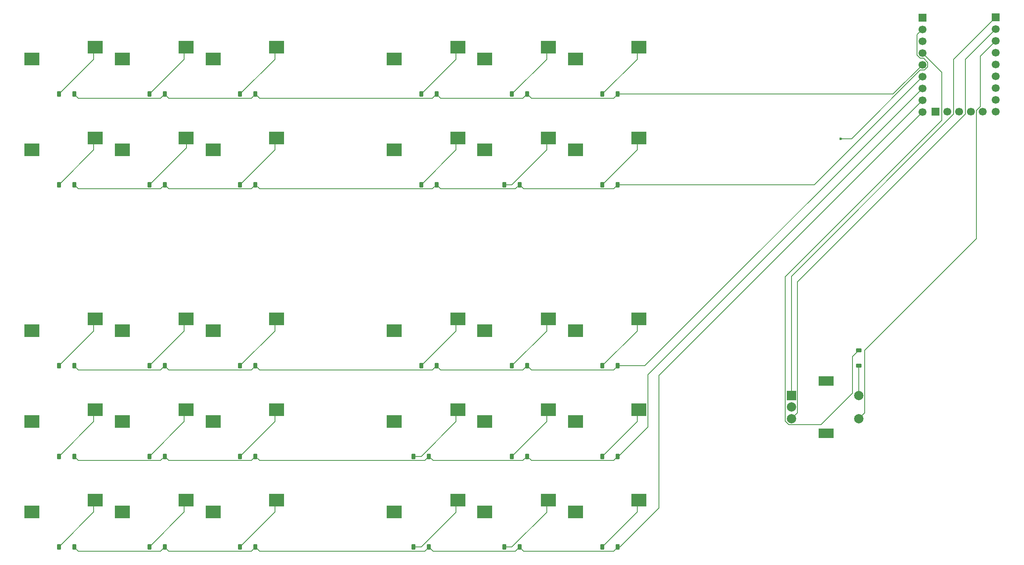
<source format=gbr>
%TF.GenerationSoftware,KiCad,Pcbnew,9.0.7*%
%TF.CreationDate,2026-02-23T23:42:04+09:00*%
%TF.ProjectId,YmmKeyboardMX,596d6d4b-6579-4626-9f61-72644d582e6b,rev?*%
%TF.SameCoordinates,Original*%
%TF.FileFunction,Copper,L2,Bot*%
%TF.FilePolarity,Positive*%
%FSLAX46Y46*%
G04 Gerber Fmt 4.6, Leading zero omitted, Abs format (unit mm)*
G04 Created by KiCad (PCBNEW 9.0.7) date 2026-02-23 23:42:04*
%MOMM*%
%LPD*%
G01*
G04 APERTURE LIST*
G04 Aperture macros list*
%AMRoundRect*
0 Rectangle with rounded corners*
0 $1 Rounding radius*
0 $2 $3 $4 $5 $6 $7 $8 $9 X,Y pos of 4 corners*
0 Add a 4 corners polygon primitive as box body*
4,1,4,$2,$3,$4,$5,$6,$7,$8,$9,$2,$3,0*
0 Add four circle primitives for the rounded corners*
1,1,$1+$1,$2,$3*
1,1,$1+$1,$4,$5*
1,1,$1+$1,$6,$7*
1,1,$1+$1,$8,$9*
0 Add four rect primitives between the rounded corners*
20,1,$1+$1,$2,$3,$4,$5,0*
20,1,$1+$1,$4,$5,$6,$7,0*
20,1,$1+$1,$6,$7,$8,$9,0*
20,1,$1+$1,$8,$9,$2,$3,0*%
G04 Aperture macros list end*
%TA.AperFunction,ComponentPad*%
%ADD10C,2.000000*%
%TD*%
%TA.AperFunction,ComponentPad*%
%ADD11R,3.200000X2.000000*%
%TD*%
%TA.AperFunction,ComponentPad*%
%ADD12R,2.000000X2.000000*%
%TD*%
%TA.AperFunction,SMDPad,CuDef*%
%ADD13R,3.200000X2.780000*%
%TD*%
%TA.AperFunction,SMDPad,CuDef*%
%ADD14RoundRect,0.225000X0.225000X0.375000X-0.225000X0.375000X-0.225000X-0.375000X0.225000X-0.375000X0*%
%TD*%
%TA.AperFunction,SMDPad,CuDef*%
%ADD15RoundRect,0.225000X-0.375000X0.225000X-0.375000X-0.225000X0.375000X-0.225000X0.375000X0.225000X0*%
%TD*%
%TA.AperFunction,ComponentPad*%
%ADD16R,1.700000X1.700000*%
%TD*%
%TA.AperFunction,ComponentPad*%
%ADD17C,1.700000*%
%TD*%
%TA.AperFunction,ViaPad*%
%ADD18C,0.600000*%
%TD*%
%TA.AperFunction,Conductor*%
%ADD19C,0.200000*%
%TD*%
G04 APERTURE END LIST*
D10*
%TO.P,SW31,S2,S2*%
%TO.N,Net-(D31-A)*%
X209500000Y-108900000D03*
%TO.P,SW31,S1,S1*%
%TO.N,Net-(SW31-PadS1)*%
X209500000Y-113900000D03*
D11*
%TO.P,SW31,MP*%
%TO.N,N/C*%
X202500000Y-117000000D03*
X202500000Y-105800000D03*
D10*
%TO.P,SW31,C,C*%
%TO.N,GND*%
X195000000Y-111400000D03*
%TO.P,SW31,B,B*%
%TO.N,Net-(SW31-PadB)*%
X195000000Y-113900000D03*
D12*
%TO.P,SW31,A,A*%
%TO.N,Net-(SW31-PadA)*%
X195000000Y-108900000D03*
%TD*%
D13*
%TO.P,SW5,1,1*%
%TO.N,Net-(SW11-Pad1)*%
X129037000Y-36460000D03*
%TO.P,SW5,2,2*%
%TO.N,Net-(D5-A)*%
X142720000Y-33920000D03*
%TD*%
%TO.P,SW1,1,1*%
%TO.N,Net-(SW1-Pad1)*%
X31537000Y-36460000D03*
%TO.P,SW1,2,2*%
%TO.N,Net-(D1-A)*%
X45220000Y-33920000D03*
%TD*%
%TO.P,SW2,1,1*%
%TO.N,Net-(SW14-Pad1)*%
X51037000Y-36460000D03*
%TO.P,SW2,2,2*%
%TO.N,Net-(D2-A)*%
X64720000Y-33920000D03*
%TD*%
%TO.P,SW21,1,1*%
%TO.N,Net-(SW15-Pad1)*%
X70537000Y-114460000D03*
%TO.P,SW21,2,2*%
%TO.N,Net-(D21-A)*%
X84220000Y-111920000D03*
%TD*%
%TO.P,SW30,1,1*%
%TO.N,Net-(SW12-Pad1)*%
X148537000Y-133960000D03*
%TO.P,SW30,2,2*%
%TO.N,Net-(D30-A)*%
X162220000Y-131420000D03*
%TD*%
%TO.P,SW18,1,1*%
%TO.N,Net-(SW12-Pad1)*%
X148537000Y-94960000D03*
%TO.P,SW18,2,2*%
%TO.N,Net-(D18-A)*%
X162220000Y-92420000D03*
%TD*%
%TO.P,SW11,1,1*%
%TO.N,Net-(SW11-Pad1)*%
X129037000Y-55960000D03*
%TO.P,SW11,2,2*%
%TO.N,Net-(D11-A)*%
X142720000Y-53420000D03*
%TD*%
%TO.P,SW23,1,1*%
%TO.N,Net-(SW11-Pad1)*%
X129037000Y-114460000D03*
%TO.P,SW23,2,2*%
%TO.N,Net-(D23-A)*%
X142720000Y-111920000D03*
%TD*%
%TO.P,SW6,1,1*%
%TO.N,Net-(SW12-Pad1)*%
X148537000Y-36460000D03*
%TO.P,SW6,2,2*%
%TO.N,Net-(D6-A)*%
X162220000Y-33920000D03*
%TD*%
%TO.P,SW16,1,1*%
%TO.N,Net-(SW10-Pad1)*%
X109537000Y-94960000D03*
%TO.P,SW16,2,2*%
%TO.N,Net-(D16-A)*%
X123220000Y-92420000D03*
%TD*%
%TO.P,SW20,1,1*%
%TO.N,Net-(SW14-Pad1)*%
X51037000Y-114460000D03*
%TO.P,SW20,2,2*%
%TO.N,Net-(D20-A)*%
X64720000Y-111920000D03*
%TD*%
%TO.P,SW12,1,1*%
%TO.N,Net-(SW12-Pad1)*%
X148537000Y-55960000D03*
%TO.P,SW12,2,2*%
%TO.N,Net-(D12-A)*%
X162220000Y-53420000D03*
%TD*%
%TO.P,SW28,1,1*%
%TO.N,Net-(SW10-Pad1)*%
X109537000Y-133960000D03*
%TO.P,SW28,2,2*%
%TO.N,Net-(D28-A)*%
X123220000Y-131420000D03*
%TD*%
%TO.P,SW9,1,1*%
%TO.N,Net-(SW15-Pad1)*%
X70537000Y-55960000D03*
%TO.P,SW9,2,2*%
%TO.N,Net-(D9-A)*%
X84220000Y-53420000D03*
%TD*%
%TO.P,SW24,1,1*%
%TO.N,Net-(SW12-Pad1)*%
X148537000Y-114460000D03*
%TO.P,SW24,2,2*%
%TO.N,Net-(D24-A)*%
X162220000Y-111920000D03*
%TD*%
%TO.P,SW7,1,1*%
%TO.N,Net-(SW1-Pad1)*%
X31537000Y-55960000D03*
%TO.P,SW7,2,2*%
%TO.N,Net-(D7-A)*%
X45220000Y-53420000D03*
%TD*%
%TO.P,SW4,2,2*%
%TO.N,Net-(D4-A)*%
X123220000Y-33920000D03*
%TO.P,SW4,1,1*%
%TO.N,Net-(SW10-Pad1)*%
X109537000Y-36460000D03*
%TD*%
%TO.P,SW19,1,1*%
%TO.N,Net-(SW1-Pad1)*%
X31537000Y-114460000D03*
%TO.P,SW19,2,2*%
%TO.N,Net-(D19-A)*%
X45220000Y-111920000D03*
%TD*%
%TO.P,SW27,1,1*%
%TO.N,Net-(SW15-Pad1)*%
X70537000Y-133960000D03*
%TO.P,SW27,2,2*%
%TO.N,Net-(D27-A)*%
X84220000Y-131420000D03*
%TD*%
%TO.P,SW25,1,1*%
%TO.N,Net-(SW1-Pad1)*%
X31537000Y-133960000D03*
%TO.P,SW25,2,2*%
%TO.N,Net-(D25-A)*%
X45220000Y-131420000D03*
%TD*%
%TO.P,SW17,1,1*%
%TO.N,Net-(SW11-Pad1)*%
X129037000Y-94960000D03*
%TO.P,SW17,2,2*%
%TO.N,Net-(D17-A)*%
X142720000Y-92420000D03*
%TD*%
%TO.P,SW29,1,1*%
%TO.N,Net-(SW11-Pad1)*%
X129037000Y-133960000D03*
%TO.P,SW29,2,2*%
%TO.N,Net-(D29-A)*%
X142720000Y-131420000D03*
%TD*%
%TO.P,SW15,1,1*%
%TO.N,Net-(SW15-Pad1)*%
X70537000Y-94960000D03*
%TO.P,SW15,2,2*%
%TO.N,Net-(D15-A)*%
X84220000Y-92420000D03*
%TD*%
%TO.P,SW26,1,1*%
%TO.N,Net-(SW14-Pad1)*%
X51037000Y-133960000D03*
%TO.P,SW26,2,2*%
%TO.N,Net-(D26-A)*%
X64720000Y-131420000D03*
%TD*%
%TO.P,SW22,1,1*%
%TO.N,Net-(SW10-Pad1)*%
X109537000Y-114460000D03*
%TO.P,SW22,2,2*%
%TO.N,Net-(D22-A)*%
X123220000Y-111920000D03*
%TD*%
%TO.P,SW14,1,1*%
%TO.N,Net-(SW14-Pad1)*%
X51037000Y-94960000D03*
%TO.P,SW14,2,2*%
%TO.N,Net-(D14-A)*%
X64720000Y-92420000D03*
%TD*%
%TO.P,SW10,1,1*%
%TO.N,Net-(SW10-Pad1)*%
X109537000Y-55960000D03*
%TO.P,SW10,2,2*%
%TO.N,Net-(D10-A)*%
X123220000Y-53420000D03*
%TD*%
%TO.P,SW13,1,1*%
%TO.N,Net-(SW1-Pad1)*%
X31537000Y-94960000D03*
%TO.P,SW13,2,2*%
%TO.N,Net-(D13-A)*%
X45220000Y-92420000D03*
%TD*%
%TO.P,SW8,1,1*%
%TO.N,Net-(SW14-Pad1)*%
X51037000Y-55960000D03*
%TO.P,SW8,2,2*%
%TO.N,Net-(D8-A)*%
X64720000Y-53420000D03*
%TD*%
D14*
%TO.P,D5,1,K*%
%TO.N,Net-(D1-K)*%
X138150000Y-44000000D03*
%TO.P,D5,2,A*%
%TO.N,Net-(D5-A)*%
X134850000Y-44000000D03*
%TD*%
%TO.P,D12,1,K*%
%TO.N,Net-(D10-K)*%
X157650000Y-63500000D03*
%TO.P,D12,2,A*%
%TO.N,Net-(D12-A)*%
X154350000Y-63500000D03*
%TD*%
%TO.P,D9,1,K*%
%TO.N,Net-(D10-K)*%
X79650000Y-63500000D03*
%TO.P,D9,2,A*%
%TO.N,Net-(D9-A)*%
X76350000Y-63500000D03*
%TD*%
%TO.P,D23,1,K*%
%TO.N,Net-(D19-K)*%
X138150000Y-122000000D03*
%TO.P,D23,2,A*%
%TO.N,Net-(D23-A)*%
X134850000Y-122000000D03*
%TD*%
%TO.P,D20,1,K*%
%TO.N,Net-(D19-K)*%
X60150000Y-122000000D03*
%TO.P,D20,2,A*%
%TO.N,Net-(D20-A)*%
X56850000Y-122000000D03*
%TD*%
%TO.P,D7,1,K*%
%TO.N,Net-(D10-K)*%
X40650000Y-63500000D03*
%TO.P,D7,2,A*%
%TO.N,Net-(D7-A)*%
X37350000Y-63500000D03*
%TD*%
%TO.P,D3,1,K*%
%TO.N,Net-(D1-K)*%
X79650000Y-44000000D03*
%TO.P,D3,2,A*%
%TO.N,Net-(D3-A)*%
X76350000Y-44000000D03*
%TD*%
%TO.P,D1,1,K*%
%TO.N,Net-(D1-K)*%
X40650000Y-44000000D03*
%TO.P,D1,2,A*%
%TO.N,Net-(D1-A)*%
X37350000Y-44000000D03*
%TD*%
%TO.P,D11,1,K*%
%TO.N,Net-(D10-K)*%
X136500000Y-63500000D03*
%TO.P,D11,2,A*%
%TO.N,Net-(D11-A)*%
X133200000Y-63500000D03*
%TD*%
%TO.P,D26,1,K*%
%TO.N,Net-(D25-K)*%
X60150000Y-141500000D03*
%TO.P,D26,2,A*%
%TO.N,Net-(D26-A)*%
X56850000Y-141500000D03*
%TD*%
%TO.P,D22,1,K*%
%TO.N,Net-(D19-K)*%
X117000000Y-122000000D03*
%TO.P,D22,2,A*%
%TO.N,Net-(D22-A)*%
X113700000Y-122000000D03*
%TD*%
%TO.P,D4,1,K*%
%TO.N,Net-(D1-K)*%
X118650000Y-44000000D03*
%TO.P,D4,2,A*%
%TO.N,Net-(D4-A)*%
X115350000Y-44000000D03*
%TD*%
%TO.P,D28,1,K*%
%TO.N,Net-(D25-K)*%
X117000000Y-141500000D03*
%TO.P,D28,2,A*%
%TO.N,Net-(D28-A)*%
X113700000Y-141500000D03*
%TD*%
%TO.P,D10,1,K*%
%TO.N,Net-(D10-K)*%
X118650000Y-63500000D03*
%TO.P,D10,2,A*%
%TO.N,Net-(D10-A)*%
X115350000Y-63500000D03*
%TD*%
%TO.P,D21,1,K*%
%TO.N,Net-(D19-K)*%
X79650000Y-122000000D03*
%TO.P,D21,2,A*%
%TO.N,Net-(D21-A)*%
X76350000Y-122000000D03*
%TD*%
%TO.P,D27,1,K*%
%TO.N,Net-(D25-K)*%
X79650000Y-141500000D03*
%TO.P,D27,2,A*%
%TO.N,Net-(D27-A)*%
X76350000Y-141500000D03*
%TD*%
%TO.P,D8,1,K*%
%TO.N,Net-(D10-K)*%
X60150000Y-63500000D03*
%TO.P,D8,2,A*%
%TO.N,Net-(D8-A)*%
X56850000Y-63500000D03*
%TD*%
%TO.P,D16,1,K*%
%TO.N,Net-(D13-K)*%
X118650000Y-102500000D03*
%TO.P,D16,2,A*%
%TO.N,Net-(D16-A)*%
X115350000Y-102500000D03*
%TD*%
%TO.P,D17,1,K*%
%TO.N,Net-(D13-K)*%
X138150000Y-102500000D03*
%TO.P,D17,2,A*%
%TO.N,Net-(D17-A)*%
X134850000Y-102500000D03*
%TD*%
%TO.P,D30,1,K*%
%TO.N,Net-(D25-K)*%
X157650000Y-141500000D03*
%TO.P,D30,2,A*%
%TO.N,Net-(D30-A)*%
X154350000Y-141500000D03*
%TD*%
%TO.P,D15,1,K*%
%TO.N,Net-(D13-K)*%
X79650000Y-102500000D03*
%TO.P,D15,2,A*%
%TO.N,Net-(D15-A)*%
X76350000Y-102500000D03*
%TD*%
%TO.P,D13,1,K*%
%TO.N,Net-(D13-K)*%
X40650000Y-102500000D03*
%TO.P,D13,2,A*%
%TO.N,Net-(D13-A)*%
X37350000Y-102500000D03*
%TD*%
%TO.P,D18,1,K*%
%TO.N,Net-(D13-K)*%
X157650000Y-102500000D03*
%TO.P,D18,2,A*%
%TO.N,Net-(D18-A)*%
X154350000Y-102500000D03*
%TD*%
D15*
%TO.P,D31,1,K*%
%TO.N,Net-(D31-K)*%
X209550000Y-99200000D03*
%TO.P,D31,2,A*%
%TO.N,Net-(D31-A)*%
X209550000Y-102500000D03*
%TD*%
D14*
%TO.P,D24,1,K*%
%TO.N,Net-(D19-K)*%
X157650000Y-122000000D03*
%TO.P,D24,2,A*%
%TO.N,Net-(D24-A)*%
X154350000Y-122000000D03*
%TD*%
%TO.P,D14,1,K*%
%TO.N,Net-(D13-K)*%
X60150000Y-102500000D03*
%TO.P,D14,2,A*%
%TO.N,Net-(D14-A)*%
X56850000Y-102500000D03*
%TD*%
%TO.P,D6,1,K*%
%TO.N,Net-(D1-K)*%
X157650000Y-44000000D03*
%TO.P,D6,2,A*%
%TO.N,Net-(D6-A)*%
X154350000Y-44000000D03*
%TD*%
%TO.P,D29,1,K*%
%TO.N,Net-(D25-K)*%
X136500000Y-141500000D03*
%TO.P,D29,2,A*%
%TO.N,Net-(D29-A)*%
X133200000Y-141500000D03*
%TD*%
%TO.P,D2,1,K*%
%TO.N,Net-(D1-K)*%
X60150000Y-44000000D03*
%TO.P,D2,2,A*%
%TO.N,Net-(D2-A)*%
X56850000Y-44000000D03*
%TD*%
%TO.P,D25,1,K*%
%TO.N,Net-(D25-K)*%
X40650000Y-141500000D03*
%TO.P,D25,2,A*%
%TO.N,Net-(D25-A)*%
X37350000Y-141500000D03*
%TD*%
%TO.P,D19,1,K*%
%TO.N,Net-(D19-K)*%
X40650000Y-122000000D03*
%TO.P,D19,2,A*%
%TO.N,Net-(D19-A)*%
X37350000Y-122000000D03*
%TD*%
D13*
%TO.P,SW3,1,1*%
%TO.N,Net-(SW15-Pad1)*%
X70537000Y-36460000D03*
%TO.P,SW3,2,2*%
%TO.N,Net-(D3-A)*%
X84220000Y-33920000D03*
%TD*%
D16*
%TO.P,U1,0,0*%
%TO.N,Net-(SW31-PadA)*%
X239000000Y-27490000D03*
D17*
%TO.P,U1,1,1*%
%TO.N,Net-(SW31-PadB)*%
X239000000Y-30030000D03*
%TO.P,U1,2,2*%
%TO.N,Net-(SW31-PadS1)*%
X239000000Y-32570000D03*
%TO.P,U1,3,3*%
%TO.N,Net-(SW12-Pad1)*%
X239000000Y-35110000D03*
%TO.P,U1,4,4*%
%TO.N,Net-(SW11-Pad1)*%
X239000000Y-37650000D03*
%TO.P,U1,5,5*%
%TO.N,Net-(SW10-Pad1)*%
X239000000Y-40190000D03*
%TO.P,U1,6,6*%
%TO.N,Net-(SW15-Pad1)*%
X239000000Y-42730000D03*
%TO.P,U1,7,7*%
%TO.N,Net-(SW14-Pad1)*%
X239000000Y-45270000D03*
%TO.P,U1,8,8*%
%TO.N,Net-(SW1-Pad1)*%
X239000000Y-47810000D03*
%TO.P,U1,9,9*%
%TO.N,unconnected-(U1-Pad9)*%
X236170000Y-47800000D03*
%TO.P,U1,10,10*%
%TO.N,unconnected-(U1-Pad10)*%
X233630000Y-47800000D03*
%TO.P,U1,11,11*%
%TO.N,unconnected-(U1-Pad11)*%
X231090000Y-47800000D03*
%TO.P,U1,12,12*%
%TO.N,unconnected-(U1-Pad12)*%
X228550000Y-47800000D03*
D16*
%TO.P,U1,13,13*%
%TO.N,unconnected-(U1-Pad13)*%
X226010000Y-47800000D03*
D17*
%TO.P,U1,14,14*%
%TO.N,Net-(D25-K)*%
X223220000Y-47820000D03*
%TO.P,U1,15,15*%
%TO.N,Net-(D19-K)*%
X223220000Y-45280000D03*
%TO.P,U1,26,26*%
%TO.N,Net-(D13-K)*%
X223220000Y-42740000D03*
%TO.P,U1,27,27*%
%TO.N,Net-(D10-K)*%
X223220000Y-40200000D03*
%TO.P,U1,28,28*%
%TO.N,Net-(D1-K)*%
X223220000Y-37660000D03*
%TO.P,U1,29,29*%
%TO.N,Net-(D31-K)*%
X223220000Y-35120000D03*
%TO.P,U1,30,3V3*%
%TO.N,+3.3V*%
X223220000Y-32580000D03*
%TO.P,U1,31,GND*%
%TO.N,GND*%
X223220000Y-30040000D03*
D16*
%TO.P,U1,32,5V*%
%TO.N,+5V*%
X223220000Y-27500000D03*
%TD*%
D18*
%TO.N,GND*%
X205640000Y-53590000D03*
%TO.N,Net-(SW1-Pad1)*%
X31915000Y-133960000D03*
X31915000Y-114460000D03*
X31915000Y-94960000D03*
%TO.N,Net-(SW14-Pad1)*%
X51415000Y-94960000D03*
X51415000Y-114460000D03*
X51415000Y-133960000D03*
%TO.N,Net-(SW15-Pad1)*%
X70915000Y-133960000D03*
X70915000Y-114460000D03*
X70915000Y-94960000D03*
%TO.N,Net-(SW10-Pad1)*%
X109915000Y-114460000D03*
X109915000Y-133960000D03*
X109915000Y-94960000D03*
%TO.N,Net-(SW11-Pad1)*%
X129415000Y-94960000D03*
X129415000Y-114460000D03*
X129415000Y-133960000D03*
%TO.N,Net-(SW12-Pad1)*%
X148915000Y-133960000D03*
X148915000Y-114460000D03*
X148915000Y-94960000D03*
X148915000Y-55960000D03*
X148915000Y-36460000D03*
%TO.N,Net-(SW11-Pad1)*%
X129415000Y-36460000D03*
X129415000Y-55960000D03*
%TO.N,Net-(SW10-Pad1)*%
X109915000Y-55960000D03*
X109915000Y-36460000D03*
%TO.N,Net-(SW15-Pad1)*%
X70915000Y-55960000D03*
X70915000Y-36460000D03*
%TO.N,Net-(SW14-Pad1)*%
X51415000Y-55960000D03*
X51415000Y-36460000D03*
%TO.N,Net-(SW1-Pad1)*%
X31915000Y-55960000D03*
X31915000Y-36460000D03*
%TD*%
D19*
%TO.N,GND*%
X222069000Y-31191000D02*
X223220000Y-30040000D01*
X222069000Y-35596760D02*
X222069000Y-31191000D01*
X222743240Y-36271000D02*
X222069000Y-35596760D01*
X223458760Y-36271000D02*
X222743240Y-36271000D01*
X224371000Y-37183240D02*
X223458760Y-36271000D01*
X224371000Y-38136760D02*
X224371000Y-37183240D01*
X223696760Y-38811000D02*
X224371000Y-38136760D01*
X222743240Y-38811000D02*
X223696760Y-38811000D01*
X207964240Y-53590000D02*
X222743240Y-38811000D01*
X205640000Y-53590000D02*
X207964240Y-53590000D01*
%TO.N,Net-(D31-A)*%
X209550000Y-108850000D02*
X209500000Y-108900000D01*
X209550000Y-102500000D02*
X209550000Y-108850000D01*
%TO.N,Net-(D31-K)*%
X227399000Y-39299000D02*
X223220000Y-35120000D01*
X227399000Y-49625240D02*
X227399000Y-39299000D01*
X193699000Y-83325240D02*
X227399000Y-49625240D01*
X193699000Y-114438892D02*
X193699000Y-83325240D01*
X194461108Y-115201000D02*
X193699000Y-114438892D01*
X201359108Y-115201000D02*
X194461108Y-115201000D01*
X208199000Y-108361108D02*
X201359108Y-115201000D01*
X208199000Y-100551000D02*
X208199000Y-108361108D01*
X209550000Y-99200000D02*
X208199000Y-100551000D01*
%TO.N,Net-(D25-K)*%
X166470000Y-104570000D02*
X223220000Y-47820000D01*
X166470000Y-133130000D02*
X166470000Y-104570000D01*
X158100000Y-141500000D02*
X166470000Y-133130000D01*
X157650000Y-141500000D02*
X158100000Y-141500000D01*
%TO.N,Net-(D19-K)*%
X164121000Y-104379000D02*
X223220000Y-45280000D01*
X164121000Y-115657470D02*
X164121000Y-104379000D01*
X157778470Y-122000000D02*
X164121000Y-115657470D01*
X157650000Y-122000000D02*
X157778470Y-122000000D01*
%TO.N,Net-(D13-K)*%
X163460000Y-102500000D02*
X223220000Y-42740000D01*
X157650000Y-102500000D02*
X163460000Y-102500000D01*
%TO.N,Net-(D10-K)*%
X199920000Y-63500000D02*
X223220000Y-40200000D01*
X157650000Y-63500000D02*
X199920000Y-63500000D01*
%TO.N,Net-(D1-K)*%
X216880000Y-44000000D02*
X223220000Y-37660000D01*
X157650000Y-44000000D02*
X216880000Y-44000000D01*
%TO.N,Net-(SW31-PadA)*%
X229939000Y-48276760D02*
X195000000Y-83215760D01*
X195000000Y-83215760D02*
X195000000Y-108900000D01*
X229939000Y-36551000D02*
X229939000Y-48276760D01*
X239000000Y-27490000D02*
X229939000Y-36551000D01*
%TO.N,Net-(SW31-PadB)*%
X196301000Y-112599000D02*
X195000000Y-113900000D01*
X196301000Y-84454760D02*
X196301000Y-112599000D01*
X232479000Y-48276760D02*
X196301000Y-84454760D01*
X232479000Y-36551000D02*
X232479000Y-48276760D01*
X239000000Y-30030000D02*
X232479000Y-36551000D01*
%TO.N,Net-(SW31-PadS1)*%
X210801000Y-112599000D02*
X209500000Y-113900000D01*
X234830000Y-75117976D02*
X210801000Y-99146976D01*
X210801000Y-99146976D02*
X210801000Y-112599000D01*
X234830000Y-47512240D02*
X234830000Y-75117976D01*
X235693240Y-46649000D02*
X234830000Y-47512240D01*
X235693240Y-35876760D02*
X235693240Y-46649000D01*
X239000000Y-32570000D02*
X235693240Y-35876760D01*
%TO.N,Net-(D25-K)*%
X156749000Y-142401000D02*
X157650000Y-141500000D01*
X137401000Y-142401000D02*
X156749000Y-142401000D01*
X136500000Y-141500000D02*
X137401000Y-142401000D01*
X117901000Y-142401000D02*
X135599000Y-142401000D01*
X135599000Y-142401000D02*
X136500000Y-141500000D01*
X117000000Y-141500000D02*
X117901000Y-142401000D01*
X116099000Y-142401000D02*
X117000000Y-141500000D01*
X80551000Y-142401000D02*
X116099000Y-142401000D01*
X79650000Y-141500000D02*
X80551000Y-142401000D01*
%TO.N,Net-(D19-K)*%
X156749000Y-122901000D02*
X157650000Y-122000000D01*
X139051000Y-122901000D02*
X156749000Y-122901000D01*
X138150000Y-122000000D02*
X139051000Y-122901000D01*
X137249000Y-122901000D02*
X138150000Y-122000000D01*
X117000000Y-122000000D02*
X117901000Y-122901000D01*
X117901000Y-122901000D02*
X137249000Y-122901000D01*
X116099000Y-122901000D02*
X117000000Y-122000000D01*
X80551000Y-122901000D02*
X116099000Y-122901000D01*
X79650000Y-122000000D02*
X80551000Y-122901000D01*
%TO.N,Net-(D13-K)*%
X156749000Y-103401000D02*
X157650000Y-102500000D01*
X138150000Y-102500000D02*
X139051000Y-103401000D01*
X139051000Y-103401000D02*
X156749000Y-103401000D01*
X137249000Y-103401000D02*
X138150000Y-102500000D01*
X119551000Y-103401000D02*
X137249000Y-103401000D01*
X118650000Y-102500000D02*
X119551000Y-103401000D01*
X117749000Y-103401000D02*
X118650000Y-102500000D01*
X80551000Y-103401000D02*
X117749000Y-103401000D01*
X79650000Y-102500000D02*
X80551000Y-103401000D01*
%TO.N,Net-(D10-K)*%
X156749000Y-64401000D02*
X157650000Y-63500000D01*
X137401000Y-64401000D02*
X156749000Y-64401000D01*
X136500000Y-63500000D02*
X137401000Y-64401000D01*
X119551000Y-64401000D02*
X135599000Y-64401000D01*
X135599000Y-64401000D02*
X136500000Y-63500000D01*
X118650000Y-63500000D02*
X119551000Y-64401000D01*
X117749000Y-64401000D02*
X118650000Y-63500000D01*
X80551000Y-64401000D02*
X117749000Y-64401000D01*
X79650000Y-63500000D02*
X80551000Y-64401000D01*
%TO.N,Net-(D1-K)*%
X156749000Y-44901000D02*
X157650000Y-44000000D01*
X139051000Y-44901000D02*
X156749000Y-44901000D01*
X138150000Y-44000000D02*
X139051000Y-44901000D01*
X137249000Y-44901000D02*
X138150000Y-44000000D01*
X119551000Y-44901000D02*
X137249000Y-44901000D01*
X118650000Y-44000000D02*
X119551000Y-44901000D01*
X117749000Y-44901000D02*
X118650000Y-44000000D01*
X80551000Y-44901000D02*
X117749000Y-44901000D01*
X79650000Y-44000000D02*
X80551000Y-44901000D01*
%TO.N,Net-(D30-A)*%
X161842000Y-134008000D02*
X154350000Y-141500000D01*
X161842000Y-131420000D02*
X161842000Y-134008000D01*
%TO.N,Net-(D29-A)*%
X134881530Y-141500000D02*
X133200000Y-141500000D01*
X142342000Y-134039530D02*
X134881530Y-141500000D01*
X142342000Y-131420000D02*
X142342000Y-134039530D01*
%TO.N,Net-(D28-A)*%
X115381530Y-141500000D02*
X113700000Y-141500000D01*
X122842000Y-134039530D02*
X115381530Y-141500000D01*
X122842000Y-131420000D02*
X122842000Y-134039530D01*
%TO.N,Net-(D22-A)*%
X122842000Y-114482816D02*
X115324816Y-122000000D01*
X122842000Y-111920000D02*
X122842000Y-114482816D01*
X115324816Y-122000000D02*
X113700000Y-122000000D01*
%TO.N,Net-(D23-A)*%
X142342000Y-114508000D02*
X134850000Y-122000000D01*
X142342000Y-111920000D02*
X142342000Y-114508000D01*
%TO.N,Net-(D24-A)*%
X161842000Y-114508000D02*
X154350000Y-122000000D01*
X161842000Y-111920000D02*
X161842000Y-114508000D01*
%TO.N,Net-(D18-A)*%
X161842000Y-95008000D02*
X154350000Y-102500000D01*
X161842000Y-92420000D02*
X161842000Y-95008000D01*
%TO.N,Net-(D17-A)*%
X142342000Y-95008000D02*
X134850000Y-102500000D01*
X142342000Y-92420000D02*
X142342000Y-95008000D01*
%TO.N,Net-(D16-A)*%
X122842000Y-95008000D02*
X115350000Y-102500000D01*
X122842000Y-92420000D02*
X122842000Y-95008000D01*
%TO.N,Net-(D10-A)*%
X122842000Y-56008000D02*
X115350000Y-63500000D01*
X122842000Y-53420000D02*
X122842000Y-56008000D01*
%TO.N,Net-(D11-A)*%
X134824816Y-63500000D02*
X133200000Y-63500000D01*
X142342000Y-55982816D02*
X134824816Y-63500000D01*
X142342000Y-53420000D02*
X142342000Y-55982816D01*
%TO.N,Net-(D12-A)*%
X161842000Y-53420000D02*
X161842000Y-56008000D01*
X161842000Y-56008000D02*
X154350000Y-63500000D01*
%TO.N,Net-(D6-A)*%
X161842000Y-36508000D02*
X154350000Y-44000000D01*
X161842000Y-33920000D02*
X161842000Y-36508000D01*
%TO.N,Net-(D5-A)*%
X142342000Y-36508000D02*
X134850000Y-44000000D01*
X142342000Y-33920000D02*
X142342000Y-36508000D01*
%TO.N,Net-(D4-A)*%
X122842000Y-36508000D02*
X115350000Y-44000000D01*
X122842000Y-33920000D02*
X122842000Y-36508000D01*
%TO.N,Net-(D25-K)*%
X78749000Y-142401000D02*
X79650000Y-141500000D01*
X60150000Y-141500000D02*
X61051000Y-142401000D01*
X61051000Y-142401000D02*
X78749000Y-142401000D01*
X59249000Y-142401000D02*
X60150000Y-141500000D01*
X41551000Y-142401000D02*
X59249000Y-142401000D01*
X40650000Y-141500000D02*
X41551000Y-142401000D01*
%TO.N,Net-(D19-K)*%
X78749000Y-122901000D02*
X79650000Y-122000000D01*
X61051000Y-122901000D02*
X78749000Y-122901000D01*
X60150000Y-122000000D02*
X61051000Y-122901000D01*
X41551000Y-122901000D02*
X59249000Y-122901000D01*
X59249000Y-122901000D02*
X60150000Y-122000000D01*
X40650000Y-122000000D02*
X41551000Y-122901000D01*
%TO.N,Net-(D10-K)*%
X41551000Y-64401000D02*
X59249000Y-64401000D01*
X40650000Y-63500000D02*
X41551000Y-64401000D01*
X59249000Y-64401000D02*
X60150000Y-63500000D01*
X60150000Y-63500000D02*
X61051000Y-64401000D01*
X61051000Y-64401000D02*
X78749000Y-64401000D01*
X78749000Y-64401000D02*
X79650000Y-63500000D01*
%TO.N,Net-(D1-K)*%
X61051000Y-44901000D02*
X78749000Y-44901000D01*
X60150000Y-44000000D02*
X61051000Y-44901000D01*
X78749000Y-44901000D02*
X79650000Y-44000000D01*
X59249000Y-44901000D02*
X60150000Y-44000000D01*
X40650000Y-44000000D02*
X41551000Y-44901000D01*
X41551000Y-44901000D02*
X59249000Y-44901000D01*
%TO.N,Net-(D7-A)*%
X44842000Y-56008000D02*
X37350000Y-63500000D01*
X44842000Y-53420000D02*
X44842000Y-56008000D01*
%TO.N,Net-(D1-A)*%
X44842000Y-36508000D02*
X37350000Y-44000000D01*
X44842000Y-33920000D02*
X44842000Y-36508000D01*
%TO.N,Net-(D2-A)*%
X64342000Y-36508000D02*
X56850000Y-44000000D01*
X64342000Y-33920000D02*
X64342000Y-36508000D01*
%TO.N,Net-(D8-A)*%
X64781000Y-55569000D02*
X56850000Y-63500000D01*
X64781000Y-53859000D02*
X64781000Y-55569000D01*
X64342000Y-53420000D02*
X64781000Y-53859000D01*
%TO.N,Net-(D9-A)*%
X83842000Y-53420000D02*
X83842000Y-56008000D01*
X83842000Y-56008000D02*
X76350000Y-63500000D01*
%TO.N,Net-(D3-A)*%
X83842000Y-36508000D02*
X76350000Y-44000000D01*
X83842000Y-33920000D02*
X83842000Y-36508000D01*
%TO.N,Net-(D25-A)*%
X44842000Y-134008000D02*
X37350000Y-141500000D01*
X44842000Y-131420000D02*
X44842000Y-134008000D01*
%TO.N,Net-(D26-A)*%
X64342000Y-134008000D02*
X56850000Y-141500000D01*
X64342000Y-131420000D02*
X64342000Y-134008000D01*
%TO.N,Net-(D27-A)*%
X83842000Y-134008000D02*
X76350000Y-141500000D01*
X83842000Y-131420000D02*
X83842000Y-134008000D01*
%TO.N,Net-(D21-A)*%
X83842000Y-114508000D02*
X76350000Y-122000000D01*
X83842000Y-111920000D02*
X83842000Y-114508000D01*
%TO.N,Net-(D20-A)*%
X64342000Y-114508000D02*
X56850000Y-122000000D01*
X64342000Y-111920000D02*
X64342000Y-114508000D01*
%TO.N,Net-(D19-A)*%
X44842000Y-114508000D02*
X37350000Y-122000000D01*
X44842000Y-111920000D02*
X44842000Y-114508000D01*
%TO.N,Net-(D13-K)*%
X78749000Y-103401000D02*
X79650000Y-102500000D01*
X61051000Y-103401000D02*
X78749000Y-103401000D01*
X60150000Y-102500000D02*
X61051000Y-103401000D01*
X41551000Y-103401000D02*
X59249000Y-103401000D01*
X40650000Y-102500000D02*
X41551000Y-103401000D01*
X59249000Y-103401000D02*
X60150000Y-102500000D01*
%TO.N,Net-(D15-A)*%
X83842000Y-95008000D02*
X83842000Y-92420000D01*
X76350000Y-102500000D02*
X83842000Y-95008000D01*
%TO.N,Net-(D14-A)*%
X64342000Y-95008000D02*
X64342000Y-92420000D01*
X56850000Y-102500000D02*
X64342000Y-95008000D01*
%TO.N,Net-(D13-A)*%
X44842000Y-95008000D02*
X37350000Y-102500000D01*
X44842000Y-92420000D02*
X44842000Y-95008000D01*
%TD*%
M02*

</source>
